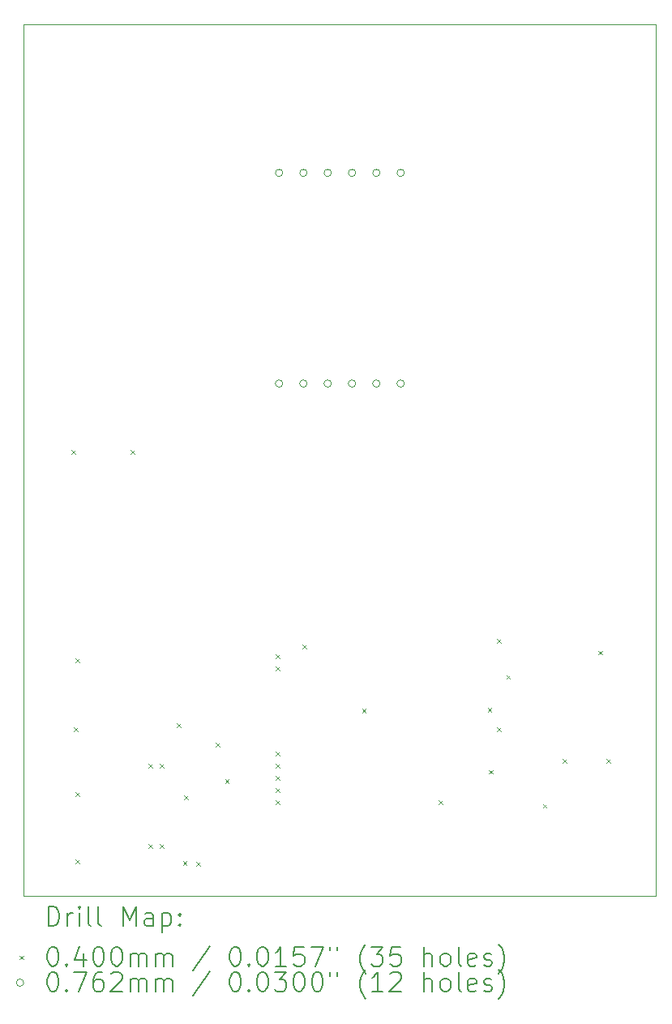
<source format=gbr>
%FSLAX45Y45*%
G04 Gerber Fmt 4.5, Leading zero omitted, Abs format (unit mm)*
G04 Created by KiCad (PCBNEW 6.0.1-79c1e3a40b~116~ubuntu21.04.1) date 2022-02-15 16:14:27*
%MOMM*%
%LPD*%
G01*
G04 APERTURE LIST*
%TA.AperFunction,Profile*%
%ADD10C,0.050000*%
%TD*%
%ADD11C,0.200000*%
%ADD12C,0.040000*%
%ADD13C,0.076200*%
G04 APERTURE END LIST*
D10*
X5500000Y-12300000D02*
X5500000Y-3200000D01*
X12100000Y-12300000D02*
X5500000Y-12300000D01*
X12100000Y-3200000D02*
X12100000Y-12300000D01*
X5500000Y-3200000D02*
X12100000Y-3200000D01*
D11*
D12*
X5995000Y-7645000D02*
X6035000Y-7685000D01*
X6035000Y-7645000D02*
X5995000Y-7685000D01*
X6025000Y-10540000D02*
X6065000Y-10580000D01*
X6065000Y-10540000D02*
X6025000Y-10580000D01*
X6040000Y-9820000D02*
X6080000Y-9860000D01*
X6080000Y-9820000D02*
X6040000Y-9860000D01*
X6040000Y-11220000D02*
X6080000Y-11260000D01*
X6080000Y-11220000D02*
X6040000Y-11260000D01*
X6040000Y-11920000D02*
X6080000Y-11960000D01*
X6080000Y-11920000D02*
X6040000Y-11960000D01*
X6615000Y-7645000D02*
X6655000Y-7685000D01*
X6655000Y-7645000D02*
X6615000Y-7685000D01*
X6800000Y-10920000D02*
X6840000Y-10960000D01*
X6840000Y-10920000D02*
X6800000Y-10960000D01*
X6800000Y-11760000D02*
X6840000Y-11800000D01*
X6840000Y-11760000D02*
X6800000Y-11800000D01*
X6920000Y-10920000D02*
X6960000Y-10960000D01*
X6960000Y-10920000D02*
X6920000Y-10960000D01*
X6920000Y-11760000D02*
X6960000Y-11800000D01*
X6960000Y-11760000D02*
X6920000Y-11800000D01*
X7100000Y-10500000D02*
X7140000Y-10540000D01*
X7140000Y-10500000D02*
X7100000Y-10540000D01*
X7160000Y-11940000D02*
X7200000Y-11980000D01*
X7200000Y-11940000D02*
X7160000Y-11980000D01*
X7174500Y-11251750D02*
X7214500Y-11291750D01*
X7214500Y-11251750D02*
X7174500Y-11291750D01*
X7301500Y-11944250D02*
X7341500Y-11984250D01*
X7341500Y-11944250D02*
X7301500Y-11984250D01*
X7505000Y-10700000D02*
X7545000Y-10740000D01*
X7545000Y-10700000D02*
X7505000Y-10740000D01*
X7600000Y-11080000D02*
X7640000Y-11120000D01*
X7640000Y-11080000D02*
X7600000Y-11120000D01*
X8130000Y-9779500D02*
X8170000Y-9819500D01*
X8170000Y-9779500D02*
X8130000Y-9819500D01*
X8130000Y-9906500D02*
X8170000Y-9946500D01*
X8170000Y-9906500D02*
X8130000Y-9946500D01*
X8130000Y-10795500D02*
X8170000Y-10835500D01*
X8170000Y-10795500D02*
X8130000Y-10835500D01*
X8130000Y-10922500D02*
X8170000Y-10962500D01*
X8170000Y-10922500D02*
X8130000Y-10962500D01*
X8130000Y-11049500D02*
X8170000Y-11089500D01*
X8170000Y-11049500D02*
X8130000Y-11089500D01*
X8130000Y-11176500D02*
X8170000Y-11216500D01*
X8170000Y-11176500D02*
X8130000Y-11216500D01*
X8130000Y-11303500D02*
X8170000Y-11343500D01*
X8170000Y-11303500D02*
X8130000Y-11343500D01*
X8408500Y-9679500D02*
X8448500Y-9719500D01*
X8448500Y-9679500D02*
X8408500Y-9719500D01*
X9032500Y-10346000D02*
X9072500Y-10386000D01*
X9072500Y-10346000D02*
X9032500Y-10386000D01*
X9830000Y-11303500D02*
X9870000Y-11343500D01*
X9870000Y-11303500D02*
X9830000Y-11343500D01*
X10345000Y-10340000D02*
X10385000Y-10380000D01*
X10385000Y-10340000D02*
X10345000Y-10380000D01*
X10355000Y-10985000D02*
X10395000Y-11025000D01*
X10395000Y-10985000D02*
X10355000Y-11025000D01*
X10440000Y-9620000D02*
X10480000Y-9660000D01*
X10480000Y-9620000D02*
X10440000Y-9660000D01*
X10440000Y-10540000D02*
X10480000Y-10580000D01*
X10480000Y-10540000D02*
X10440000Y-10580000D01*
X10540000Y-9995000D02*
X10580000Y-10035000D01*
X10580000Y-9995000D02*
X10540000Y-10035000D01*
X10920000Y-11340000D02*
X10960000Y-11380000D01*
X10960000Y-11340000D02*
X10920000Y-11380000D01*
X11125000Y-10870000D02*
X11165000Y-10910000D01*
X11165000Y-10870000D02*
X11125000Y-10910000D01*
X11500000Y-9740000D02*
X11540000Y-9780000D01*
X11540000Y-9740000D02*
X11500000Y-9780000D01*
X11585000Y-10870000D02*
X11625000Y-10910000D01*
X11625000Y-10870000D02*
X11585000Y-10910000D01*
D13*
X8203100Y-4750000D02*
G75*
G03*
X8203100Y-4750000I-38100J0D01*
G01*
X8203100Y-6950000D02*
G75*
G03*
X8203100Y-6950000I-38100J0D01*
G01*
X8457100Y-4750000D02*
G75*
G03*
X8457100Y-4750000I-38100J0D01*
G01*
X8457100Y-6950000D02*
G75*
G03*
X8457100Y-6950000I-38100J0D01*
G01*
X8711100Y-4750000D02*
G75*
G03*
X8711100Y-4750000I-38100J0D01*
G01*
X8711100Y-6950000D02*
G75*
G03*
X8711100Y-6950000I-38100J0D01*
G01*
X8965100Y-4750000D02*
G75*
G03*
X8965100Y-4750000I-38100J0D01*
G01*
X8965100Y-6950000D02*
G75*
G03*
X8965100Y-6950000I-38100J0D01*
G01*
X9219100Y-4750000D02*
G75*
G03*
X9219100Y-4750000I-38100J0D01*
G01*
X9219100Y-6950000D02*
G75*
G03*
X9219100Y-6950000I-38100J0D01*
G01*
X9473100Y-4750000D02*
G75*
G03*
X9473100Y-4750000I-38100J0D01*
G01*
X9473100Y-6950000D02*
G75*
G03*
X9473100Y-6950000I-38100J0D01*
G01*
D11*
X5755119Y-12612976D02*
X5755119Y-12412976D01*
X5802738Y-12412976D01*
X5831309Y-12422500D01*
X5850357Y-12441548D01*
X5859881Y-12460595D01*
X5869405Y-12498690D01*
X5869405Y-12527262D01*
X5859881Y-12565357D01*
X5850357Y-12584405D01*
X5831309Y-12603452D01*
X5802738Y-12612976D01*
X5755119Y-12612976D01*
X5955119Y-12612976D02*
X5955119Y-12479643D01*
X5955119Y-12517738D02*
X5964643Y-12498690D01*
X5974167Y-12489167D01*
X5993214Y-12479643D01*
X6012262Y-12479643D01*
X6078928Y-12612976D02*
X6078928Y-12479643D01*
X6078928Y-12412976D02*
X6069405Y-12422500D01*
X6078928Y-12432024D01*
X6088452Y-12422500D01*
X6078928Y-12412976D01*
X6078928Y-12432024D01*
X6202738Y-12612976D02*
X6183690Y-12603452D01*
X6174167Y-12584405D01*
X6174167Y-12412976D01*
X6307500Y-12612976D02*
X6288452Y-12603452D01*
X6278928Y-12584405D01*
X6278928Y-12412976D01*
X6536071Y-12612976D02*
X6536071Y-12412976D01*
X6602738Y-12555833D01*
X6669405Y-12412976D01*
X6669405Y-12612976D01*
X6850357Y-12612976D02*
X6850357Y-12508214D01*
X6840833Y-12489167D01*
X6821786Y-12479643D01*
X6783690Y-12479643D01*
X6764643Y-12489167D01*
X6850357Y-12603452D02*
X6831309Y-12612976D01*
X6783690Y-12612976D01*
X6764643Y-12603452D01*
X6755119Y-12584405D01*
X6755119Y-12565357D01*
X6764643Y-12546309D01*
X6783690Y-12536786D01*
X6831309Y-12536786D01*
X6850357Y-12527262D01*
X6945595Y-12479643D02*
X6945595Y-12679643D01*
X6945595Y-12489167D02*
X6964643Y-12479643D01*
X7002738Y-12479643D01*
X7021786Y-12489167D01*
X7031309Y-12498690D01*
X7040833Y-12517738D01*
X7040833Y-12574881D01*
X7031309Y-12593928D01*
X7021786Y-12603452D01*
X7002738Y-12612976D01*
X6964643Y-12612976D01*
X6945595Y-12603452D01*
X7126548Y-12593928D02*
X7136071Y-12603452D01*
X7126548Y-12612976D01*
X7117024Y-12603452D01*
X7126548Y-12593928D01*
X7126548Y-12612976D01*
X7126548Y-12489167D02*
X7136071Y-12498690D01*
X7126548Y-12508214D01*
X7117024Y-12498690D01*
X7126548Y-12489167D01*
X7126548Y-12508214D01*
D12*
X5457500Y-12922500D02*
X5497500Y-12962500D01*
X5497500Y-12922500D02*
X5457500Y-12962500D01*
D11*
X5793214Y-12832976D02*
X5812262Y-12832976D01*
X5831309Y-12842500D01*
X5840833Y-12852024D01*
X5850357Y-12871071D01*
X5859881Y-12909167D01*
X5859881Y-12956786D01*
X5850357Y-12994881D01*
X5840833Y-13013928D01*
X5831309Y-13023452D01*
X5812262Y-13032976D01*
X5793214Y-13032976D01*
X5774167Y-13023452D01*
X5764643Y-13013928D01*
X5755119Y-12994881D01*
X5745595Y-12956786D01*
X5745595Y-12909167D01*
X5755119Y-12871071D01*
X5764643Y-12852024D01*
X5774167Y-12842500D01*
X5793214Y-12832976D01*
X5945595Y-13013928D02*
X5955119Y-13023452D01*
X5945595Y-13032976D01*
X5936071Y-13023452D01*
X5945595Y-13013928D01*
X5945595Y-13032976D01*
X6126548Y-12899643D02*
X6126548Y-13032976D01*
X6078928Y-12823452D02*
X6031309Y-12966309D01*
X6155119Y-12966309D01*
X6269405Y-12832976D02*
X6288452Y-12832976D01*
X6307500Y-12842500D01*
X6317024Y-12852024D01*
X6326548Y-12871071D01*
X6336071Y-12909167D01*
X6336071Y-12956786D01*
X6326548Y-12994881D01*
X6317024Y-13013928D01*
X6307500Y-13023452D01*
X6288452Y-13032976D01*
X6269405Y-13032976D01*
X6250357Y-13023452D01*
X6240833Y-13013928D01*
X6231309Y-12994881D01*
X6221786Y-12956786D01*
X6221786Y-12909167D01*
X6231309Y-12871071D01*
X6240833Y-12852024D01*
X6250357Y-12842500D01*
X6269405Y-12832976D01*
X6459881Y-12832976D02*
X6478928Y-12832976D01*
X6497976Y-12842500D01*
X6507500Y-12852024D01*
X6517024Y-12871071D01*
X6526548Y-12909167D01*
X6526548Y-12956786D01*
X6517024Y-12994881D01*
X6507500Y-13013928D01*
X6497976Y-13023452D01*
X6478928Y-13032976D01*
X6459881Y-13032976D01*
X6440833Y-13023452D01*
X6431309Y-13013928D01*
X6421786Y-12994881D01*
X6412262Y-12956786D01*
X6412262Y-12909167D01*
X6421786Y-12871071D01*
X6431309Y-12852024D01*
X6440833Y-12842500D01*
X6459881Y-12832976D01*
X6612262Y-13032976D02*
X6612262Y-12899643D01*
X6612262Y-12918690D02*
X6621786Y-12909167D01*
X6640833Y-12899643D01*
X6669405Y-12899643D01*
X6688452Y-12909167D01*
X6697976Y-12928214D01*
X6697976Y-13032976D01*
X6697976Y-12928214D02*
X6707500Y-12909167D01*
X6726548Y-12899643D01*
X6755119Y-12899643D01*
X6774167Y-12909167D01*
X6783690Y-12928214D01*
X6783690Y-13032976D01*
X6878928Y-13032976D02*
X6878928Y-12899643D01*
X6878928Y-12918690D02*
X6888452Y-12909167D01*
X6907500Y-12899643D01*
X6936071Y-12899643D01*
X6955119Y-12909167D01*
X6964643Y-12928214D01*
X6964643Y-13032976D01*
X6964643Y-12928214D02*
X6974167Y-12909167D01*
X6993214Y-12899643D01*
X7021786Y-12899643D01*
X7040833Y-12909167D01*
X7050357Y-12928214D01*
X7050357Y-13032976D01*
X7440833Y-12823452D02*
X7269405Y-13080595D01*
X7697976Y-12832976D02*
X7717024Y-12832976D01*
X7736071Y-12842500D01*
X7745595Y-12852024D01*
X7755119Y-12871071D01*
X7764643Y-12909167D01*
X7764643Y-12956786D01*
X7755119Y-12994881D01*
X7745595Y-13013928D01*
X7736071Y-13023452D01*
X7717024Y-13032976D01*
X7697976Y-13032976D01*
X7678928Y-13023452D01*
X7669405Y-13013928D01*
X7659881Y-12994881D01*
X7650357Y-12956786D01*
X7650357Y-12909167D01*
X7659881Y-12871071D01*
X7669405Y-12852024D01*
X7678928Y-12842500D01*
X7697976Y-12832976D01*
X7850357Y-13013928D02*
X7859881Y-13023452D01*
X7850357Y-13032976D01*
X7840833Y-13023452D01*
X7850357Y-13013928D01*
X7850357Y-13032976D01*
X7983690Y-12832976D02*
X8002738Y-12832976D01*
X8021786Y-12842500D01*
X8031309Y-12852024D01*
X8040833Y-12871071D01*
X8050357Y-12909167D01*
X8050357Y-12956786D01*
X8040833Y-12994881D01*
X8031309Y-13013928D01*
X8021786Y-13023452D01*
X8002738Y-13032976D01*
X7983690Y-13032976D01*
X7964643Y-13023452D01*
X7955119Y-13013928D01*
X7945595Y-12994881D01*
X7936071Y-12956786D01*
X7936071Y-12909167D01*
X7945595Y-12871071D01*
X7955119Y-12852024D01*
X7964643Y-12842500D01*
X7983690Y-12832976D01*
X8240833Y-13032976D02*
X8126548Y-13032976D01*
X8183690Y-13032976D02*
X8183690Y-12832976D01*
X8164643Y-12861548D01*
X8145595Y-12880595D01*
X8126548Y-12890119D01*
X8421786Y-12832976D02*
X8326548Y-12832976D01*
X8317024Y-12928214D01*
X8326548Y-12918690D01*
X8345595Y-12909167D01*
X8393214Y-12909167D01*
X8412262Y-12918690D01*
X8421786Y-12928214D01*
X8431310Y-12947262D01*
X8431310Y-12994881D01*
X8421786Y-13013928D01*
X8412262Y-13023452D01*
X8393214Y-13032976D01*
X8345595Y-13032976D01*
X8326548Y-13023452D01*
X8317024Y-13013928D01*
X8497976Y-12832976D02*
X8631310Y-12832976D01*
X8545595Y-13032976D01*
X8697976Y-12832976D02*
X8697976Y-12871071D01*
X8774167Y-12832976D02*
X8774167Y-12871071D01*
X9069405Y-13109167D02*
X9059881Y-13099643D01*
X9040833Y-13071071D01*
X9031310Y-13052024D01*
X9021786Y-13023452D01*
X9012262Y-12975833D01*
X9012262Y-12937738D01*
X9021786Y-12890119D01*
X9031310Y-12861548D01*
X9040833Y-12842500D01*
X9059881Y-12813928D01*
X9069405Y-12804405D01*
X9126548Y-12832976D02*
X9250357Y-12832976D01*
X9183690Y-12909167D01*
X9212262Y-12909167D01*
X9231310Y-12918690D01*
X9240833Y-12928214D01*
X9250357Y-12947262D01*
X9250357Y-12994881D01*
X9240833Y-13013928D01*
X9231310Y-13023452D01*
X9212262Y-13032976D01*
X9155119Y-13032976D01*
X9136071Y-13023452D01*
X9126548Y-13013928D01*
X9431310Y-12832976D02*
X9336071Y-12832976D01*
X9326548Y-12928214D01*
X9336071Y-12918690D01*
X9355119Y-12909167D01*
X9402738Y-12909167D01*
X9421786Y-12918690D01*
X9431310Y-12928214D01*
X9440833Y-12947262D01*
X9440833Y-12994881D01*
X9431310Y-13013928D01*
X9421786Y-13023452D01*
X9402738Y-13032976D01*
X9355119Y-13032976D01*
X9336071Y-13023452D01*
X9326548Y-13013928D01*
X9678929Y-13032976D02*
X9678929Y-12832976D01*
X9764643Y-13032976D02*
X9764643Y-12928214D01*
X9755119Y-12909167D01*
X9736071Y-12899643D01*
X9707500Y-12899643D01*
X9688452Y-12909167D01*
X9678929Y-12918690D01*
X9888452Y-13032976D02*
X9869405Y-13023452D01*
X9859881Y-13013928D01*
X9850357Y-12994881D01*
X9850357Y-12937738D01*
X9859881Y-12918690D01*
X9869405Y-12909167D01*
X9888452Y-12899643D01*
X9917024Y-12899643D01*
X9936071Y-12909167D01*
X9945595Y-12918690D01*
X9955119Y-12937738D01*
X9955119Y-12994881D01*
X9945595Y-13013928D01*
X9936071Y-13023452D01*
X9917024Y-13032976D01*
X9888452Y-13032976D01*
X10069405Y-13032976D02*
X10050357Y-13023452D01*
X10040833Y-13004405D01*
X10040833Y-12832976D01*
X10221786Y-13023452D02*
X10202738Y-13032976D01*
X10164643Y-13032976D01*
X10145595Y-13023452D01*
X10136071Y-13004405D01*
X10136071Y-12928214D01*
X10145595Y-12909167D01*
X10164643Y-12899643D01*
X10202738Y-12899643D01*
X10221786Y-12909167D01*
X10231310Y-12928214D01*
X10231310Y-12947262D01*
X10136071Y-12966309D01*
X10307500Y-13023452D02*
X10326548Y-13032976D01*
X10364643Y-13032976D01*
X10383690Y-13023452D01*
X10393214Y-13004405D01*
X10393214Y-12994881D01*
X10383690Y-12975833D01*
X10364643Y-12966309D01*
X10336071Y-12966309D01*
X10317024Y-12956786D01*
X10307500Y-12937738D01*
X10307500Y-12928214D01*
X10317024Y-12909167D01*
X10336071Y-12899643D01*
X10364643Y-12899643D01*
X10383690Y-12909167D01*
X10459881Y-13109167D02*
X10469405Y-13099643D01*
X10488452Y-13071071D01*
X10497976Y-13052024D01*
X10507500Y-13023452D01*
X10517024Y-12975833D01*
X10517024Y-12937738D01*
X10507500Y-12890119D01*
X10497976Y-12861548D01*
X10488452Y-12842500D01*
X10469405Y-12813928D01*
X10459881Y-12804405D01*
D13*
X5497500Y-13206500D02*
G75*
G03*
X5497500Y-13206500I-38100J0D01*
G01*
D11*
X5793214Y-13096976D02*
X5812262Y-13096976D01*
X5831309Y-13106500D01*
X5840833Y-13116024D01*
X5850357Y-13135071D01*
X5859881Y-13173167D01*
X5859881Y-13220786D01*
X5850357Y-13258881D01*
X5840833Y-13277928D01*
X5831309Y-13287452D01*
X5812262Y-13296976D01*
X5793214Y-13296976D01*
X5774167Y-13287452D01*
X5764643Y-13277928D01*
X5755119Y-13258881D01*
X5745595Y-13220786D01*
X5745595Y-13173167D01*
X5755119Y-13135071D01*
X5764643Y-13116024D01*
X5774167Y-13106500D01*
X5793214Y-13096976D01*
X5945595Y-13277928D02*
X5955119Y-13287452D01*
X5945595Y-13296976D01*
X5936071Y-13287452D01*
X5945595Y-13277928D01*
X5945595Y-13296976D01*
X6021786Y-13096976D02*
X6155119Y-13096976D01*
X6069405Y-13296976D01*
X6317024Y-13096976D02*
X6278928Y-13096976D01*
X6259881Y-13106500D01*
X6250357Y-13116024D01*
X6231309Y-13144595D01*
X6221786Y-13182690D01*
X6221786Y-13258881D01*
X6231309Y-13277928D01*
X6240833Y-13287452D01*
X6259881Y-13296976D01*
X6297976Y-13296976D01*
X6317024Y-13287452D01*
X6326548Y-13277928D01*
X6336071Y-13258881D01*
X6336071Y-13211262D01*
X6326548Y-13192214D01*
X6317024Y-13182690D01*
X6297976Y-13173167D01*
X6259881Y-13173167D01*
X6240833Y-13182690D01*
X6231309Y-13192214D01*
X6221786Y-13211262D01*
X6412262Y-13116024D02*
X6421786Y-13106500D01*
X6440833Y-13096976D01*
X6488452Y-13096976D01*
X6507500Y-13106500D01*
X6517024Y-13116024D01*
X6526548Y-13135071D01*
X6526548Y-13154119D01*
X6517024Y-13182690D01*
X6402738Y-13296976D01*
X6526548Y-13296976D01*
X6612262Y-13296976D02*
X6612262Y-13163643D01*
X6612262Y-13182690D02*
X6621786Y-13173167D01*
X6640833Y-13163643D01*
X6669405Y-13163643D01*
X6688452Y-13173167D01*
X6697976Y-13192214D01*
X6697976Y-13296976D01*
X6697976Y-13192214D02*
X6707500Y-13173167D01*
X6726548Y-13163643D01*
X6755119Y-13163643D01*
X6774167Y-13173167D01*
X6783690Y-13192214D01*
X6783690Y-13296976D01*
X6878928Y-13296976D02*
X6878928Y-13163643D01*
X6878928Y-13182690D02*
X6888452Y-13173167D01*
X6907500Y-13163643D01*
X6936071Y-13163643D01*
X6955119Y-13173167D01*
X6964643Y-13192214D01*
X6964643Y-13296976D01*
X6964643Y-13192214D02*
X6974167Y-13173167D01*
X6993214Y-13163643D01*
X7021786Y-13163643D01*
X7040833Y-13173167D01*
X7050357Y-13192214D01*
X7050357Y-13296976D01*
X7440833Y-13087452D02*
X7269405Y-13344595D01*
X7697976Y-13096976D02*
X7717024Y-13096976D01*
X7736071Y-13106500D01*
X7745595Y-13116024D01*
X7755119Y-13135071D01*
X7764643Y-13173167D01*
X7764643Y-13220786D01*
X7755119Y-13258881D01*
X7745595Y-13277928D01*
X7736071Y-13287452D01*
X7717024Y-13296976D01*
X7697976Y-13296976D01*
X7678928Y-13287452D01*
X7669405Y-13277928D01*
X7659881Y-13258881D01*
X7650357Y-13220786D01*
X7650357Y-13173167D01*
X7659881Y-13135071D01*
X7669405Y-13116024D01*
X7678928Y-13106500D01*
X7697976Y-13096976D01*
X7850357Y-13277928D02*
X7859881Y-13287452D01*
X7850357Y-13296976D01*
X7840833Y-13287452D01*
X7850357Y-13277928D01*
X7850357Y-13296976D01*
X7983690Y-13096976D02*
X8002738Y-13096976D01*
X8021786Y-13106500D01*
X8031309Y-13116024D01*
X8040833Y-13135071D01*
X8050357Y-13173167D01*
X8050357Y-13220786D01*
X8040833Y-13258881D01*
X8031309Y-13277928D01*
X8021786Y-13287452D01*
X8002738Y-13296976D01*
X7983690Y-13296976D01*
X7964643Y-13287452D01*
X7955119Y-13277928D01*
X7945595Y-13258881D01*
X7936071Y-13220786D01*
X7936071Y-13173167D01*
X7945595Y-13135071D01*
X7955119Y-13116024D01*
X7964643Y-13106500D01*
X7983690Y-13096976D01*
X8117024Y-13096976D02*
X8240833Y-13096976D01*
X8174167Y-13173167D01*
X8202738Y-13173167D01*
X8221786Y-13182690D01*
X8231309Y-13192214D01*
X8240833Y-13211262D01*
X8240833Y-13258881D01*
X8231309Y-13277928D01*
X8221786Y-13287452D01*
X8202738Y-13296976D01*
X8145595Y-13296976D01*
X8126548Y-13287452D01*
X8117024Y-13277928D01*
X8364643Y-13096976D02*
X8383690Y-13096976D01*
X8402738Y-13106500D01*
X8412262Y-13116024D01*
X8421786Y-13135071D01*
X8431310Y-13173167D01*
X8431310Y-13220786D01*
X8421786Y-13258881D01*
X8412262Y-13277928D01*
X8402738Y-13287452D01*
X8383690Y-13296976D01*
X8364643Y-13296976D01*
X8345595Y-13287452D01*
X8336071Y-13277928D01*
X8326548Y-13258881D01*
X8317024Y-13220786D01*
X8317024Y-13173167D01*
X8326548Y-13135071D01*
X8336071Y-13116024D01*
X8345595Y-13106500D01*
X8364643Y-13096976D01*
X8555119Y-13096976D02*
X8574167Y-13096976D01*
X8593214Y-13106500D01*
X8602738Y-13116024D01*
X8612262Y-13135071D01*
X8621786Y-13173167D01*
X8621786Y-13220786D01*
X8612262Y-13258881D01*
X8602738Y-13277928D01*
X8593214Y-13287452D01*
X8574167Y-13296976D01*
X8555119Y-13296976D01*
X8536071Y-13287452D01*
X8526548Y-13277928D01*
X8517024Y-13258881D01*
X8507500Y-13220786D01*
X8507500Y-13173167D01*
X8517024Y-13135071D01*
X8526548Y-13116024D01*
X8536071Y-13106500D01*
X8555119Y-13096976D01*
X8697976Y-13096976D02*
X8697976Y-13135071D01*
X8774167Y-13096976D02*
X8774167Y-13135071D01*
X9069405Y-13373167D02*
X9059881Y-13363643D01*
X9040833Y-13335071D01*
X9031310Y-13316024D01*
X9021786Y-13287452D01*
X9012262Y-13239833D01*
X9012262Y-13201738D01*
X9021786Y-13154119D01*
X9031310Y-13125548D01*
X9040833Y-13106500D01*
X9059881Y-13077928D01*
X9069405Y-13068405D01*
X9250357Y-13296976D02*
X9136071Y-13296976D01*
X9193214Y-13296976D02*
X9193214Y-13096976D01*
X9174167Y-13125548D01*
X9155119Y-13144595D01*
X9136071Y-13154119D01*
X9326548Y-13116024D02*
X9336071Y-13106500D01*
X9355119Y-13096976D01*
X9402738Y-13096976D01*
X9421786Y-13106500D01*
X9431310Y-13116024D01*
X9440833Y-13135071D01*
X9440833Y-13154119D01*
X9431310Y-13182690D01*
X9317024Y-13296976D01*
X9440833Y-13296976D01*
X9678929Y-13296976D02*
X9678929Y-13096976D01*
X9764643Y-13296976D02*
X9764643Y-13192214D01*
X9755119Y-13173167D01*
X9736071Y-13163643D01*
X9707500Y-13163643D01*
X9688452Y-13173167D01*
X9678929Y-13182690D01*
X9888452Y-13296976D02*
X9869405Y-13287452D01*
X9859881Y-13277928D01*
X9850357Y-13258881D01*
X9850357Y-13201738D01*
X9859881Y-13182690D01*
X9869405Y-13173167D01*
X9888452Y-13163643D01*
X9917024Y-13163643D01*
X9936071Y-13173167D01*
X9945595Y-13182690D01*
X9955119Y-13201738D01*
X9955119Y-13258881D01*
X9945595Y-13277928D01*
X9936071Y-13287452D01*
X9917024Y-13296976D01*
X9888452Y-13296976D01*
X10069405Y-13296976D02*
X10050357Y-13287452D01*
X10040833Y-13268405D01*
X10040833Y-13096976D01*
X10221786Y-13287452D02*
X10202738Y-13296976D01*
X10164643Y-13296976D01*
X10145595Y-13287452D01*
X10136071Y-13268405D01*
X10136071Y-13192214D01*
X10145595Y-13173167D01*
X10164643Y-13163643D01*
X10202738Y-13163643D01*
X10221786Y-13173167D01*
X10231310Y-13192214D01*
X10231310Y-13211262D01*
X10136071Y-13230309D01*
X10307500Y-13287452D02*
X10326548Y-13296976D01*
X10364643Y-13296976D01*
X10383690Y-13287452D01*
X10393214Y-13268405D01*
X10393214Y-13258881D01*
X10383690Y-13239833D01*
X10364643Y-13230309D01*
X10336071Y-13230309D01*
X10317024Y-13220786D01*
X10307500Y-13201738D01*
X10307500Y-13192214D01*
X10317024Y-13173167D01*
X10336071Y-13163643D01*
X10364643Y-13163643D01*
X10383690Y-13173167D01*
X10459881Y-13373167D02*
X10469405Y-13363643D01*
X10488452Y-13335071D01*
X10497976Y-13316024D01*
X10507500Y-13287452D01*
X10517024Y-13239833D01*
X10517024Y-13201738D01*
X10507500Y-13154119D01*
X10497976Y-13125548D01*
X10488452Y-13106500D01*
X10469405Y-13077928D01*
X10459881Y-13068405D01*
M02*

</source>
